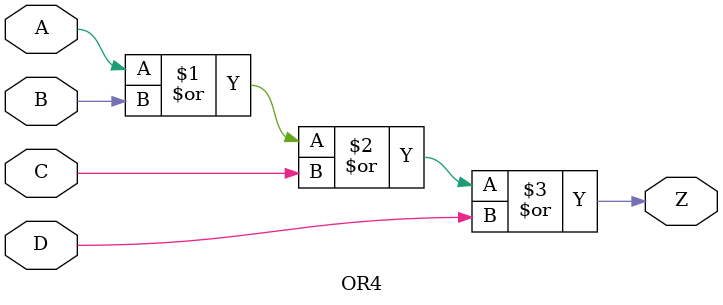
<source format=v>
`resetall
`timescale 1 ns / 100 ps


`celldefine
module OR4 (A, B, C, D, Z);
  input A, B, C, D ;
  output Z;
    or (Z, A, B, C, D);

endmodule
`endcelldefine

</source>
